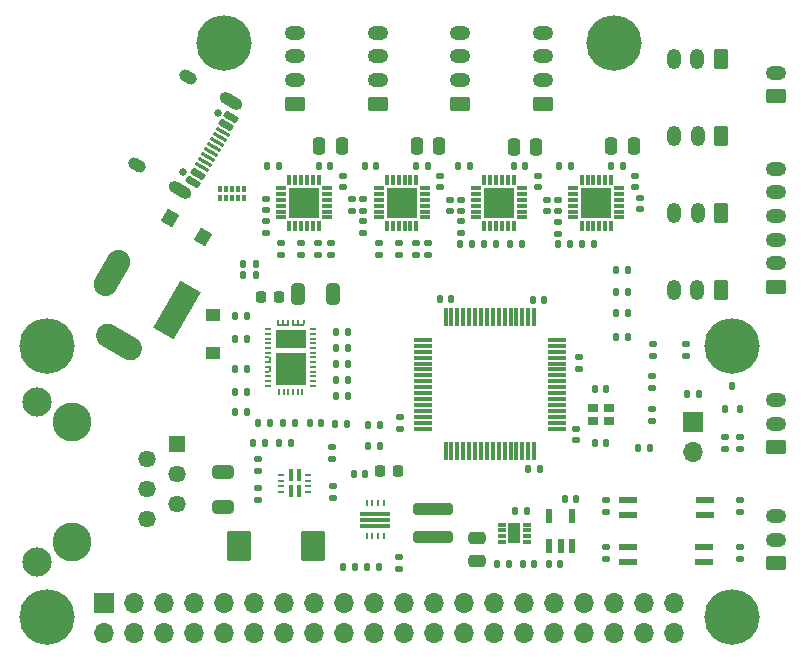
<source format=gbr>
%TF.GenerationSoftware,KiCad,Pcbnew,9.0.0*%
%TF.CreationDate,2025-07-02T21:21:17+02:00*%
%TF.ProjectId,PCK-ST1,50434b2d-5354-4312-9e6b-696361645f70,rev?*%
%TF.SameCoordinates,Original*%
%TF.FileFunction,Soldermask,Top*%
%TF.FilePolarity,Negative*%
%FSLAX46Y46*%
G04 Gerber Fmt 4.6, Leading zero omitted, Abs format (unit mm)*
G04 Created by KiCad (PCBNEW 9.0.0) date 2025-07-02 21:21:17*
%MOMM*%
%LPD*%
G01*
G04 APERTURE LIST*
G04 Aperture macros list*
%AMRoundRect*
0 Rectangle with rounded corners*
0 $1 Rounding radius*
0 $2 $3 $4 $5 $6 $7 $8 $9 X,Y pos of 4 corners*
0 Add a 4 corners polygon primitive as box body*
4,1,4,$2,$3,$4,$5,$6,$7,$8,$9,$2,$3,0*
0 Add four circle primitives for the rounded corners*
1,1,$1+$1,$2,$3*
1,1,$1+$1,$4,$5*
1,1,$1+$1,$6,$7*
1,1,$1+$1,$8,$9*
0 Add four rect primitives between the rounded corners*
20,1,$1+$1,$2,$3,$4,$5,0*
20,1,$1+$1,$4,$5,$6,$7,0*
20,1,$1+$1,$6,$7,$8,$9,0*
20,1,$1+$1,$8,$9,$2,$3,0*%
%AMHorizOval*
0 Thick line with rounded ends*
0 $1 width*
0 $2 $3 position (X,Y) of the first rounded end (center of the circle)*
0 $4 $5 position (X,Y) of the second rounded end (center of the circle)*
0 Add line between two ends*
20,1,$1,$2,$3,$4,$5,0*
0 Add two circle primitives to create the rounded ends*
1,1,$1,$2,$3*
1,1,$1,$4,$5*%
%AMRotRect*
0 Rectangle, with rotation*
0 The origin of the aperture is its center*
0 $1 length*
0 $2 width*
0 $3 Rotation angle, in degrees counterclockwise*
0 Add horizontal line*
21,1,$1,$2,0,0,$3*%
G04 Aperture macros list end*
%ADD10RoundRect,0.140000X-0.140000X-0.170000X0.140000X-0.170000X0.140000X0.170000X-0.140000X0.170000X0*%
%ADD11RoundRect,0.140000X0.140000X0.170000X-0.140000X0.170000X-0.140000X-0.170000X0.140000X-0.170000X0*%
%ADD12RoundRect,0.135000X0.135000X0.185000X-0.135000X0.185000X-0.135000X-0.185000X0.135000X-0.185000X0*%
%ADD13RoundRect,0.250000X-0.325000X-0.650000X0.325000X-0.650000X0.325000X0.650000X-0.325000X0.650000X0*%
%ADD14RoundRect,0.135000X-0.185000X0.135000X-0.185000X-0.135000X0.185000X-0.135000X0.185000X0.135000X0*%
%ADD15RoundRect,0.140000X0.170000X-0.140000X0.170000X0.140000X-0.170000X0.140000X-0.170000X-0.140000X0*%
%ADD16RoundRect,0.250000X0.625000X-0.350000X0.625000X0.350000X-0.625000X0.350000X-0.625000X-0.350000X0*%
%ADD17O,1.750000X1.200000*%
%ADD18RoundRect,0.135000X-0.135000X-0.185000X0.135000X-0.185000X0.135000X0.185000X-0.135000X0.185000X0*%
%ADD19RoundRect,0.137500X-0.662500X-0.137500X0.662500X-0.137500X0.662500X0.137500X-0.662500X0.137500X0*%
%ADD20RoundRect,0.140000X-0.170000X0.140000X-0.170000X-0.140000X0.170000X-0.140000X0.170000X0.140000X0*%
%ADD21R,0.300000X0.850000*%
%ADD22R,0.850000X0.300000*%
%ADD23R,2.550000X2.550000*%
%ADD24RoundRect,0.135000X0.185000X-0.135000X0.185000X0.135000X-0.185000X0.135000X-0.185000X-0.135000X0*%
%ADD25C,4.700000*%
%ADD26R,0.300000X0.550000*%
%ADD27R,0.400000X0.550000*%
%ADD28R,0.600000X1.250000*%
%ADD29RoundRect,0.245000X-1.455000X0.245000X-1.455000X-0.245000X1.455000X-0.245000X1.455000X0.245000X0*%
%ADD30RoundRect,0.250000X0.350000X0.625000X-0.350000X0.625000X-0.350000X-0.625000X0.350000X-0.625000X0*%
%ADD31O,1.200000X1.750000*%
%ADD32RoundRect,0.250000X-0.250000X-0.475000X0.250000X-0.475000X0.250000X0.475000X-0.250000X0.475000X0*%
%ADD33R,0.900000X0.800000*%
%ADD34C,3.300000*%
%ADD35R,1.462000X1.462000*%
%ADD36C,1.462000*%
%ADD37C,2.475000*%
%ADD38RotRect,4.600000X2.000000X240.000000*%
%ADD39HorizOval,2.000000X-0.550000X-0.952628X0.550000X0.952628X0*%
%ADD40HorizOval,2.000000X-0.952628X0.550000X0.952628X-0.550000X0*%
%ADD41R,0.700000X0.300000*%
%ADD42R,1.000000X1.700000*%
%ADD43R,2.500000X0.350000*%
%ADD44R,0.250000X0.600000*%
%ADD45R,0.200000X0.550000*%
%ADD46R,0.550000X0.200000*%
%ADD47R,0.200000X0.350000*%
%ADD48R,0.350000X0.200000*%
%ADD49R,2.650000X2.720000*%
%ADD50R,2.650000X1.530000*%
%ADD51R,1.100000X0.200000*%
%ADD52R,0.200000X0.600000*%
%ADD53RoundRect,0.225000X0.225000X0.250000X-0.225000X0.250000X-0.225000X-0.250000X0.225000X-0.250000X0*%
%ADD54RotRect,1.120000X1.220000X150.000000*%
%ADD55R,1.700000X1.700000*%
%ADD56O,1.700000X1.700000*%
%ADD57R,1.220000X1.120000*%
%ADD58RoundRect,0.250000X-0.475000X0.250000X-0.475000X-0.250000X0.475000X-0.250000X0.475000X0.250000X0*%
%ADD59R,0.400000X1.050000*%
%ADD60R,0.600000X0.200000*%
%ADD61RoundRect,0.075000X0.700000X0.075000X-0.700000X0.075000X-0.700000X-0.075000X0.700000X-0.075000X0*%
%ADD62RoundRect,0.075000X0.075000X0.700000X-0.075000X0.700000X-0.075000X-0.700000X0.075000X-0.700000X0*%
%ADD63RoundRect,0.112500X-0.112500X-0.237500X0.112500X-0.237500X0.112500X0.237500X-0.112500X0.237500X0*%
%ADD64RoundRect,0.250000X0.787500X1.025000X-0.787500X1.025000X-0.787500X-1.025000X0.787500X-1.025000X0*%
%ADD65C,0.650000*%
%ADD66RoundRect,0.150000X-0.358013X0.379904X-0.508013X0.120096X0.358013X-0.379904X0.508013X-0.120096X0*%
%ADD67RoundRect,0.075000X-0.460465X0.352452X-0.535465X0.222548X0.460465X-0.352452X0.535465X-0.222548X0*%
%ADD68HorizOval,1.000000X-0.476314X0.275000X0.476314X-0.275000X0*%
%ADD69HorizOval,1.000000X-0.259808X0.150000X0.259808X-0.150000X0*%
%ADD70RoundRect,0.250000X-0.650000X0.325000X-0.650000X-0.325000X0.650000X-0.325000X0.650000X0.325000X0*%
G04 APERTURE END LIST*
D10*
%TO.C,C18*%
X139651800Y-73279000D03*
X140611800Y-73279000D03*
%TD*%
D11*
%TO.C,C7*%
X137919400Y-92379800D03*
X136959400Y-92379800D03*
%TD*%
D12*
%TO.C,R27*%
X138660600Y-82524600D03*
X137640600Y-82524600D03*
%TD*%
D13*
%TO.C,C11*%
X142263600Y-84124800D03*
X145213600Y-84124800D03*
%TD*%
D14*
%TO.C,R16*%
X156057600Y-77950600D03*
X156057600Y-78970600D03*
%TD*%
D15*
%TO.C,C16*%
X139522200Y-77035600D03*
X139522200Y-76075600D03*
%TD*%
D16*
%TO.C,J14*%
X182750000Y-106900000D03*
D17*
X182750000Y-104900000D03*
X182750000Y-102900000D03*
%TD*%
D11*
%TO.C,C4*%
X137919400Y-94107000D03*
X136959400Y-94107000D03*
%TD*%
D18*
%TO.C,R11*%
X140612400Y-96723200D03*
X141632400Y-96723200D03*
%TD*%
D19*
%TO.C,U2*%
X170155800Y-105537000D03*
X170155800Y-106807000D03*
X176655800Y-106807000D03*
X176655800Y-105537000D03*
%TD*%
%TO.C,U3*%
X170181200Y-101574600D03*
X170181200Y-102844600D03*
X176681200Y-102844600D03*
X176681200Y-101574600D03*
%TD*%
D20*
%TO.C,C27*%
X154279600Y-74119800D03*
X154279600Y-75079800D03*
%TD*%
D21*
%TO.C,IC1*%
X144024400Y-74429600D03*
X143524400Y-74429600D03*
X143024400Y-74429600D03*
X142524400Y-74429600D03*
X142024400Y-74429600D03*
X141524400Y-74429600D03*
D22*
X140824400Y-75129600D03*
X140824400Y-75629600D03*
X140824400Y-76129600D03*
X140824400Y-76629600D03*
X140824400Y-77129600D03*
X140824400Y-77629600D03*
D21*
X141524400Y-78329600D03*
X142024400Y-78329600D03*
X142524400Y-78329600D03*
X143024400Y-78329600D03*
X143524400Y-78329600D03*
X144024400Y-78329600D03*
D22*
X144724400Y-77629600D03*
X144724400Y-77129600D03*
X144724400Y-76629600D03*
X144724400Y-76129600D03*
X144724400Y-75629600D03*
X144724400Y-75129600D03*
D23*
X142774400Y-76379600D03*
%TD*%
D24*
%TO.C,R44*%
X168351200Y-102592600D03*
X168351200Y-101572600D03*
%TD*%
D25*
%TO.C,H5*%
X169000000Y-62900000D03*
%TD*%
D18*
%TO.C,R34*%
X169162000Y-82092800D03*
X170182000Y-82092800D03*
%TD*%
D25*
%TO.C,H4*%
X121000000Y-111500000D03*
%TD*%
D26*
%TO.C,D1*%
X137677400Y-75230800D03*
X137177400Y-75230800D03*
D27*
X136677400Y-75230800D03*
D26*
X136177400Y-75230800D03*
X135677400Y-75230800D03*
X135677400Y-76000800D03*
X136177400Y-76000800D03*
D27*
X136677400Y-76000800D03*
D26*
X137177400Y-76000800D03*
X137677400Y-76000800D03*
%TD*%
D12*
%TO.C,R9*%
X146483800Y-92760800D03*
X145463800Y-92760800D03*
%TD*%
D28*
%TO.C,IC5*%
X163546600Y-105446200D03*
X164496600Y-105446200D03*
X165446600Y-105446200D03*
X165446600Y-102946200D03*
X163546600Y-102946200D03*
%TD*%
D20*
%TO.C,C40*%
X171196000Y-75948600D03*
X171196000Y-76908600D03*
%TD*%
D14*
%TO.C,R13*%
X138861800Y-98067400D03*
X138861800Y-99087400D03*
%TD*%
D29*
%TO.C,L1*%
X153644600Y-102294600D03*
X153644600Y-104664600D03*
%TD*%
D15*
%TO.C,C52*%
X172262800Y-94841000D03*
X172262800Y-93881000D03*
%TD*%
D24*
%TO.C,R18*%
X142519400Y-80799400D03*
X142519400Y-79779400D03*
%TD*%
D30*
%TO.C,J11*%
X178098200Y-77250000D03*
D31*
X176098200Y-77250000D03*
X174098200Y-77250000D03*
%TD*%
D18*
%TO.C,R53*%
X148181600Y-95173800D03*
X149201600Y-95173800D03*
%TD*%
D11*
%TO.C,C51*%
X168374000Y-92176600D03*
X167414000Y-92176600D03*
%TD*%
%TO.C,C42*%
X161615600Y-102463600D03*
X160655600Y-102463600D03*
%TD*%
D15*
%TO.C,C23*%
X147751800Y-77061000D03*
X147751800Y-76101000D03*
%TD*%
D10*
%TO.C,C30*%
X160537800Y-73304400D03*
X161497800Y-73304400D03*
%TD*%
D18*
%TO.C,R2*%
X148131400Y-107213400D03*
X149151400Y-107213400D03*
%TD*%
%TO.C,R35*%
X169162000Y-83921600D03*
X170182000Y-83921600D03*
%TD*%
%TO.C,R24*%
X166266400Y-79883000D03*
X167286400Y-79883000D03*
%TD*%
D32*
%TO.C,C20*%
X144040400Y-71577200D03*
X145940400Y-71577200D03*
%TD*%
D10*
%TO.C,C21*%
X164844600Y-101447600D03*
X165804600Y-101447600D03*
%TD*%
D18*
%TO.C,R36*%
X169187400Y-85750400D03*
X170207400Y-85750400D03*
%TD*%
D33*
%TO.C,Y1*%
X168594000Y-93734800D03*
X167194000Y-93734800D03*
X167194000Y-94834800D03*
X168594000Y-94834800D03*
%TD*%
D16*
%TO.C,J6*%
X163000000Y-68000000D03*
D17*
X163000000Y-66000000D03*
X163000000Y-64000000D03*
X163000000Y-62000000D03*
%TD*%
D18*
%TO.C,R3*%
X146048000Y-107213400D03*
X147068000Y-107213400D03*
%TD*%
D15*
%TO.C,C48*%
X150926800Y-95526800D03*
X150926800Y-94566800D03*
%TD*%
D24*
%TO.C,R28*%
X143941800Y-80799400D03*
X143941800Y-79779400D03*
%TD*%
D10*
%TO.C,C6*%
X143233200Y-95072200D03*
X144193200Y-95072200D03*
%TD*%
%TO.C,C25*%
X152282800Y-73279000D03*
X153242800Y-73279000D03*
%TD*%
D34*
%TO.C,J2*%
X123110000Y-94940000D03*
X123110000Y-105100000D03*
D35*
X132000000Y-96850000D03*
D36*
X129460000Y-98120000D03*
X132000000Y-99390000D03*
X129460000Y-100660000D03*
X132000000Y-101930000D03*
X129460000Y-103200000D03*
D37*
X120140000Y-93235000D03*
X120140000Y-106805000D03*
%TD*%
D14*
%TO.C,R12*%
X138859500Y-100556600D03*
X138859500Y-101576600D03*
%TD*%
D21*
%TO.C,IC3*%
X160524400Y-74429600D03*
X160024400Y-74429600D03*
X159524400Y-74429600D03*
X159024400Y-74429600D03*
X158524400Y-74429600D03*
X158024400Y-74429600D03*
D22*
X157324400Y-75129600D03*
X157324400Y-75629600D03*
X157324400Y-76129600D03*
X157324400Y-76629600D03*
X157324400Y-77129600D03*
X157324400Y-77629600D03*
D21*
X158024400Y-78329600D03*
X158524400Y-78329600D03*
X159024400Y-78329600D03*
X159524400Y-78329600D03*
X160024400Y-78329600D03*
X160524400Y-78329600D03*
D22*
X161224400Y-77629600D03*
X161224400Y-77129600D03*
X161224400Y-76629600D03*
X161224400Y-76129600D03*
X161224400Y-75629600D03*
X161224400Y-75129600D03*
D23*
X159274400Y-76379600D03*
%TD*%
D20*
%TO.C,C39*%
X170810676Y-74119800D03*
X170810676Y-75079800D03*
%TD*%
D14*
%TO.C,R14*%
X139522200Y-77899800D03*
X139522200Y-78919800D03*
%TD*%
D30*
%TO.C,J10*%
X178098200Y-70750000D03*
D31*
X176098200Y-70750000D03*
X174098200Y-70750000D03*
%TD*%
D10*
%TO.C,C37*%
X164391400Y-73279000D03*
X165351400Y-73279000D03*
%TD*%
D24*
%TO.C,R21*%
X149072600Y-80774000D03*
X149072600Y-79754000D03*
%TD*%
D12*
%TO.C,R47*%
X137924000Y-90474800D03*
X136904000Y-90474800D03*
%TD*%
D10*
%TO.C,C31*%
X155831600Y-73304400D03*
X156791600Y-73304400D03*
%TD*%
D24*
%TO.C,R19*%
X140817600Y-80799400D03*
X140817600Y-79779400D03*
%TD*%
D12*
%TO.C,R7*%
X142038800Y-95072200D03*
X141018800Y-95072200D03*
%TD*%
D11*
%TO.C,C3*%
X147927000Y-99390200D03*
X146967000Y-99390200D03*
%TD*%
D38*
%TO.C,J8*%
X132000000Y-85500000D03*
D39*
X126544040Y-82350000D03*
D40*
X127088526Y-88206922D03*
%TD*%
D18*
%TO.C,R26*%
X137640600Y-81584800D03*
X138660600Y-81584800D03*
%TD*%
D41*
%TO.C,S1*%
X159518200Y-103632000D03*
X159518200Y-104132000D03*
X159518200Y-104632000D03*
X159518200Y-105132000D03*
X161618200Y-105132000D03*
X161618200Y-104632000D03*
X161618200Y-104132000D03*
X161618200Y-103632000D03*
D42*
X160568200Y-104382000D03*
%TD*%
D18*
%TO.C,R52*%
X171016200Y-97180400D03*
X172036200Y-97180400D03*
%TD*%
D15*
%TO.C,C35*%
X164261800Y-77086400D03*
X164261800Y-76126400D03*
%TD*%
D43*
%TO.C,PS1*%
X148805800Y-102728600D03*
X148805800Y-103228600D03*
X148805800Y-103728600D03*
D44*
X148055800Y-104628600D03*
X148555800Y-104628600D03*
X149055800Y-104628600D03*
X149555800Y-104628600D03*
X149555800Y-101828600D03*
X149055800Y-101828600D03*
X148555800Y-101828600D03*
X148055800Y-101828600D03*
%TD*%
D16*
%TO.C,J4*%
X149000000Y-68000000D03*
D17*
X149000000Y-66000000D03*
X149000000Y-64000000D03*
X149000000Y-62000000D03*
%TD*%
D21*
%TO.C,IC2*%
X152274400Y-74429600D03*
X151774400Y-74429600D03*
X151274400Y-74429600D03*
X150774400Y-74429600D03*
X150274400Y-74429600D03*
X149774400Y-74429600D03*
D22*
X149074400Y-75129600D03*
X149074400Y-75629600D03*
X149074400Y-76129600D03*
X149074400Y-76629600D03*
X149074400Y-77129600D03*
X149074400Y-77629600D03*
D21*
X149774400Y-78329600D03*
X150274400Y-78329600D03*
X150774400Y-78329600D03*
X151274400Y-78329600D03*
X151774400Y-78329600D03*
X152274400Y-78329600D03*
D22*
X152974400Y-77629600D03*
X152974400Y-77129600D03*
X152974400Y-76629600D03*
X152974400Y-76129600D03*
X152974400Y-75629600D03*
X152974400Y-75129600D03*
D23*
X151024400Y-76379600D03*
%TD*%
D15*
%TO.C,C29*%
X156057600Y-77086400D03*
X156057600Y-76126400D03*
%TD*%
D45*
%TO.C,IC8*%
X140630400Y-92409200D03*
X141030400Y-92409200D03*
X141430400Y-92409200D03*
X141830400Y-92409200D03*
X142230400Y-92409200D03*
X142630400Y-92409200D03*
D46*
X143555400Y-91884200D03*
X143555400Y-91484200D03*
X143555400Y-91084200D03*
X143555400Y-90684200D03*
X143555400Y-90284200D03*
X143555400Y-89884200D03*
X143555400Y-89484200D03*
X143555400Y-89084200D03*
X143555400Y-88684200D03*
X143555400Y-88284200D03*
X143555400Y-87884200D03*
X143555400Y-87484200D03*
X143555400Y-87084200D03*
D47*
X142730400Y-86459200D03*
X142280400Y-86459200D03*
X141830400Y-86459200D03*
X141430400Y-86459200D03*
X140980400Y-86459200D03*
X140530400Y-86459200D03*
D46*
X139705400Y-87084200D03*
X139705400Y-87484200D03*
X139705400Y-87884200D03*
X139705400Y-88284200D03*
X139705400Y-88684200D03*
X139705400Y-89084200D03*
D48*
X139605400Y-89485200D03*
X139605400Y-89885200D03*
X139605400Y-90285200D03*
X139605400Y-90685200D03*
D46*
X139705400Y-91084200D03*
X139705400Y-91484200D03*
X139705400Y-91884200D03*
D49*
X141630400Y-90449200D03*
D50*
X141630400Y-87924200D03*
D51*
X142280400Y-86735200D03*
X140980400Y-86734200D03*
D52*
X139880400Y-89685200D03*
X139880400Y-90485200D03*
%TD*%
D20*
%TO.C,C17*%
X146024600Y-74119800D03*
X146024600Y-75079800D03*
%TD*%
D25*
%TO.C,H2*%
X179000000Y-88500000D03*
%TD*%
D24*
%TO.C,R31*%
X153289000Y-80824800D03*
X153289000Y-79804800D03*
%TD*%
%TO.C,R29*%
X145059400Y-80799400D03*
X145059400Y-79779400D03*
%TD*%
D53*
%TO.C,C8*%
X140652800Y-84378800D03*
X139102800Y-84378800D03*
%TD*%
D54*
%TO.C,D2*%
X134227641Y-79286000D03*
X131456359Y-77686000D03*
%TD*%
D16*
%TO.C,J5*%
X156000000Y-68000000D03*
D17*
X156000000Y-66000000D03*
X156000000Y-64000000D03*
X156000000Y-62000000D03*
%TD*%
D24*
%TO.C,R43*%
X168325800Y-106555000D03*
X168325800Y-105535000D03*
%TD*%
D14*
%TO.C,R15*%
X147751800Y-77925200D03*
X147751800Y-78945200D03*
%TD*%
D12*
%TO.C,R50*%
X161190400Y-79908400D03*
X160170400Y-79908400D03*
%TD*%
D32*
%TO.C,C26*%
X168772800Y-71602600D03*
X170672800Y-71602600D03*
%TD*%
%TO.C,C32*%
X152295400Y-71551800D03*
X154195400Y-71551800D03*
%TD*%
D16*
%TO.C,J15*%
X182750000Y-97100000D03*
D17*
X182750000Y-95100000D03*
X182750000Y-93100000D03*
%TD*%
D12*
%TO.C,R6*%
X139879800Y-95072200D03*
X138859800Y-95072200D03*
%TD*%
D14*
%TO.C,R40*%
X179654200Y-96187800D03*
X179654200Y-97207800D03*
%TD*%
D24*
%TO.C,R33*%
X172288200Y-89384600D03*
X172288200Y-88364600D03*
%TD*%
D18*
%TO.C,R10*%
X138428000Y-96723200D03*
X139448000Y-96723200D03*
%TD*%
%TO.C,R54*%
X148156200Y-97002600D03*
X149176200Y-97002600D03*
%TD*%
D24*
%TO.C,R51*%
X178384200Y-97207800D03*
X178384200Y-96187800D03*
%TD*%
%TO.C,R4*%
X145186400Y-101424200D03*
X145186400Y-100404200D03*
%TD*%
D20*
%TO.C,C34*%
X163296600Y-76126400D03*
X163296600Y-77086400D03*
%TD*%
D14*
%TO.C,R32*%
X175082200Y-88313800D03*
X175082200Y-89333800D03*
%TD*%
D11*
%TO.C,C10*%
X137919400Y-87934800D03*
X136959400Y-87934800D03*
%TD*%
D24*
%TO.C,R38*%
X172262800Y-92051600D03*
X172262800Y-91031600D03*
%TD*%
D55*
%TO.C,J16*%
X175717200Y-94914800D03*
D56*
X175717200Y-97454800D03*
%TD*%
D16*
%TO.C,J17*%
X182753000Y-67360800D03*
D17*
X182753000Y-65360800D03*
%TD*%
D57*
%TO.C,D3*%
X135077200Y-89077600D03*
X135077200Y-85877600D03*
%TD*%
D10*
%TO.C,C24*%
X147906800Y-73279000D03*
X148866800Y-73279000D03*
%TD*%
D58*
%TO.C,C2*%
X157429200Y-104790200D03*
X157429200Y-106690200D03*
%TD*%
D10*
%TO.C,C36*%
X168785600Y-73279000D03*
X169745600Y-73279000D03*
%TD*%
D18*
%TO.C,R49*%
X145463800Y-90017600D03*
X146483800Y-90017600D03*
%TD*%
D20*
%TO.C,C15*%
X146786600Y-76101000D03*
X146786600Y-77061000D03*
%TD*%
D18*
%TO.C,R37*%
X169187400Y-87782400D03*
X170207400Y-87782400D03*
%TD*%
D11*
%TO.C,C9*%
X137919400Y-85979000D03*
X136959400Y-85979000D03*
%TD*%
D20*
%TO.C,C28*%
X155092400Y-76126400D03*
X155092400Y-77086400D03*
%TD*%
D30*
%TO.C,J12*%
X178072800Y-83750000D03*
D31*
X176072800Y-83750000D03*
X174072800Y-83750000D03*
%TD*%
D10*
%TO.C,C45*%
X154256800Y-84531200D03*
X155216800Y-84531200D03*
%TD*%
D11*
%TO.C,C47*%
X162709800Y-98958400D03*
X161749800Y-98958400D03*
%TD*%
D15*
%TO.C,C13*%
X145161000Y-98041400D03*
X145161000Y-97081400D03*
%TD*%
D18*
%TO.C,R46*%
X145463800Y-87350600D03*
X146483800Y-87350600D03*
%TD*%
D59*
%TO.C,IC7*%
X142336000Y-99477200D03*
X141636000Y-99477200D03*
D60*
X140836000Y-99402200D03*
X140836000Y-99902200D03*
X140836000Y-100402200D03*
X140836000Y-100902200D03*
D59*
X141636000Y-100827200D03*
X142336000Y-100827200D03*
D60*
X143136000Y-100902200D03*
X143136000Y-100402200D03*
X143136000Y-99902200D03*
X143136000Y-99402200D03*
%TD*%
D16*
%TO.C,J3*%
X142000000Y-68000000D03*
D17*
X142000000Y-66000000D03*
X142000000Y-64000000D03*
X142000000Y-62000000D03*
%TD*%
D11*
%TO.C,C43*%
X162276000Y-107010200D03*
X161316000Y-107010200D03*
%TD*%
D21*
%TO.C,IC4*%
X168774400Y-74429600D03*
X168274400Y-74429600D03*
X167774400Y-74429600D03*
X167274400Y-74429600D03*
X166774400Y-74429600D03*
X166274400Y-74429600D03*
D22*
X165574400Y-75129600D03*
X165574400Y-75629600D03*
X165574400Y-76129600D03*
X165574400Y-76629600D03*
X165574400Y-77129600D03*
X165574400Y-77629600D03*
D21*
X166274400Y-78329600D03*
X166774400Y-78329600D03*
X167274400Y-78329600D03*
X167774400Y-78329600D03*
X168274400Y-78329600D03*
X168774400Y-78329600D03*
D22*
X169474400Y-77629600D03*
X169474400Y-77129600D03*
X169474400Y-76629600D03*
X169474400Y-76129600D03*
X169474400Y-75629600D03*
X169474400Y-75129600D03*
D23*
X167524400Y-76379600D03*
%TD*%
D25*
%TO.C,H3*%
X179000000Y-111500000D03*
%TD*%
D61*
%TO.C,U1*%
X164175000Y-95500000D03*
X164175000Y-95000000D03*
X164175000Y-94500000D03*
X164175000Y-94000000D03*
X164175000Y-93500000D03*
X164175000Y-93000000D03*
X164175000Y-92500000D03*
X164175000Y-92000000D03*
X164175000Y-91500000D03*
X164175000Y-91000000D03*
X164175000Y-90500000D03*
X164175000Y-90000000D03*
X164175000Y-89500000D03*
X164175000Y-89000000D03*
X164175000Y-88500000D03*
X164175000Y-88000000D03*
D62*
X162250000Y-86075000D03*
X161750000Y-86075000D03*
X161250000Y-86075000D03*
X160750000Y-86075000D03*
X160250000Y-86075000D03*
X159750000Y-86075000D03*
X159250000Y-86075000D03*
X158750000Y-86075000D03*
X158250000Y-86075000D03*
X157750000Y-86075000D03*
X157250000Y-86075000D03*
X156750000Y-86075000D03*
X156250000Y-86075000D03*
X155750000Y-86075000D03*
X155250000Y-86075000D03*
X154750000Y-86075000D03*
D61*
X152825000Y-88000000D03*
X152825000Y-88500000D03*
X152825000Y-89000000D03*
X152825000Y-89500000D03*
X152825000Y-90000000D03*
X152825000Y-90500000D03*
X152825000Y-91000000D03*
X152825000Y-91500000D03*
X152825000Y-92000000D03*
X152825000Y-92500000D03*
X152825000Y-93000000D03*
X152825000Y-93500000D03*
X152825000Y-94000000D03*
X152825000Y-94500000D03*
X152825000Y-95000000D03*
X152825000Y-95500000D03*
D62*
X154750000Y-97425000D03*
X155250000Y-97425000D03*
X155750000Y-97425000D03*
X156250000Y-97425000D03*
X156750000Y-97425000D03*
X157250000Y-97425000D03*
X157750000Y-97425000D03*
X158250000Y-97425000D03*
X158750000Y-97425000D03*
X159250000Y-97425000D03*
X159750000Y-97425000D03*
X160250000Y-97425000D03*
X160750000Y-97425000D03*
X161250000Y-97425000D03*
X161750000Y-97425000D03*
X162250000Y-97425000D03*
%TD*%
D10*
%TO.C,C41*%
X159133600Y-107010200D03*
X160093600Y-107010200D03*
%TD*%
D63*
%TO.C,Q1*%
X178369200Y-93887800D03*
X179669200Y-93887800D03*
X179019200Y-91887800D03*
%TD*%
D24*
%TO.C,R30*%
X152222200Y-80824800D03*
X152222200Y-79804800D03*
%TD*%
D64*
%TO.C,C14*%
X143498300Y-105435400D03*
X137273300Y-105435400D03*
%TD*%
D30*
%TO.C,J9*%
X178079400Y-64250000D03*
D31*
X176079400Y-64250000D03*
X174079400Y-64250000D03*
%TD*%
D12*
%TO.C,R39*%
X176176400Y-92608400D03*
X175156400Y-92608400D03*
%TD*%
D25*
%TO.C,H6*%
X136000000Y-62900000D03*
%TD*%
D20*
%TO.C,C49*%
X165785800Y-95504000D03*
X165785800Y-96464000D03*
%TD*%
D14*
%TO.C,R17*%
X164261800Y-77976000D03*
X164261800Y-78996000D03*
%TD*%
D18*
%TO.C,R8*%
X145463800Y-91389200D03*
X146483800Y-91389200D03*
%TD*%
D10*
%TO.C,C19*%
X144020600Y-73279000D03*
X144980600Y-73279000D03*
%TD*%
D18*
%TO.C,R25*%
X164234400Y-79883000D03*
X165254400Y-79883000D03*
%TD*%
D11*
%TO.C,C50*%
X168374000Y-96723200D03*
X167414000Y-96723200D03*
%TD*%
D65*
%TO.C,J7*%
X135450996Y-68799687D03*
X132560996Y-73805313D03*
D66*
X136593265Y-69101219D03*
X136193265Y-69794039D03*
D67*
X135618265Y-70789968D03*
X135118265Y-71655994D03*
X134868265Y-72089006D03*
X134368265Y-72955032D03*
D66*
X133793265Y-73950961D03*
X133393265Y-74643781D03*
X133393265Y-74643781D03*
X133793265Y-73950961D03*
D67*
X134118265Y-73388044D03*
X134618265Y-72522019D03*
X135368265Y-71222981D03*
X135868265Y-70356956D03*
D66*
X136193265Y-69794039D03*
X136593265Y-69101219D03*
D68*
X136599009Y-67811270D03*
D69*
X132979023Y-65721270D03*
D68*
X132279009Y-75293730D03*
D69*
X128659023Y-73203730D03*
%TD*%
D20*
%TO.C,C46*%
X166065200Y-89486800D03*
X166065200Y-90446800D03*
%TD*%
D53*
%TO.C,C5*%
X150762000Y-99110800D03*
X149212000Y-99110800D03*
%TD*%
D55*
%TO.C,J1*%
X125850000Y-110250000D03*
D56*
X125850000Y-112790000D03*
X128390000Y-110250000D03*
X128390000Y-112790000D03*
X130930000Y-110250000D03*
X130930000Y-112790000D03*
X133470000Y-110250000D03*
X133470000Y-112790000D03*
X136010000Y-110250000D03*
X136010000Y-112790000D03*
X138550000Y-110250000D03*
X138550000Y-112790000D03*
X141090000Y-110250000D03*
X141090000Y-112790000D03*
X143630000Y-110250000D03*
X143630000Y-112790000D03*
X146170000Y-110250000D03*
X146170000Y-112790000D03*
X148710000Y-110250000D03*
X148710000Y-112790000D03*
X151250000Y-110250000D03*
X151250000Y-112790000D03*
X153790000Y-110250000D03*
X153790000Y-112790000D03*
X156330000Y-110250000D03*
X156330000Y-112790000D03*
X158870000Y-110250000D03*
X158870000Y-112790000D03*
X161410000Y-110250000D03*
X161410000Y-112790000D03*
X163950000Y-110250000D03*
X163950000Y-112790000D03*
X166490000Y-110250000D03*
X166490000Y-112790000D03*
X169030000Y-110250000D03*
X169030000Y-112790000D03*
X171570000Y-110250000D03*
X171570000Y-112790000D03*
X174110000Y-110250000D03*
X174110000Y-112790000D03*
%TD*%
D18*
%TO.C,R23*%
X156004800Y-79883000D03*
X157024800Y-79883000D03*
%TD*%
D10*
%TO.C,C44*%
X162130800Y-84582000D03*
X163090800Y-84582000D03*
%TD*%
D18*
%TO.C,R48*%
X145463800Y-88696800D03*
X146483800Y-88696800D03*
%TD*%
D24*
%TO.C,R20*%
X150774400Y-80824800D03*
X150774400Y-79804800D03*
%TD*%
D25*
%TO.C,H7*%
X121000000Y-88500000D03*
%TD*%
D18*
%TO.C,R22*%
X158011400Y-79883000D03*
X159031400Y-79883000D03*
%TD*%
D14*
%TO.C,R42*%
X179679600Y-101572600D03*
X179679600Y-102592600D03*
%TD*%
D24*
%TO.C,R5*%
X150775000Y-107367800D03*
X150775000Y-106347800D03*
%TD*%
D14*
%TO.C,R41*%
X179679600Y-105560400D03*
X179679600Y-106580400D03*
%TD*%
D70*
%TO.C,C12*%
X135864600Y-99210600D03*
X135864600Y-102160600D03*
%TD*%
D16*
%TO.C,J13*%
X182750000Y-83500000D03*
D17*
X182750000Y-81500000D03*
X182750000Y-79500000D03*
X182750000Y-77500000D03*
X182750000Y-75500000D03*
X182750000Y-73500000D03*
%TD*%
D20*
%TO.C,C33*%
X162540223Y-74119800D03*
X162540223Y-75079800D03*
%TD*%
D18*
%TO.C,R45*%
X145362200Y-95097600D03*
X146382200Y-95097600D03*
%TD*%
D10*
%TO.C,C22*%
X163500400Y-106984800D03*
X164460400Y-106984800D03*
%TD*%
D32*
%TO.C,C38*%
X160543200Y-71653400D03*
X162443200Y-71653400D03*
%TD*%
M02*

</source>
